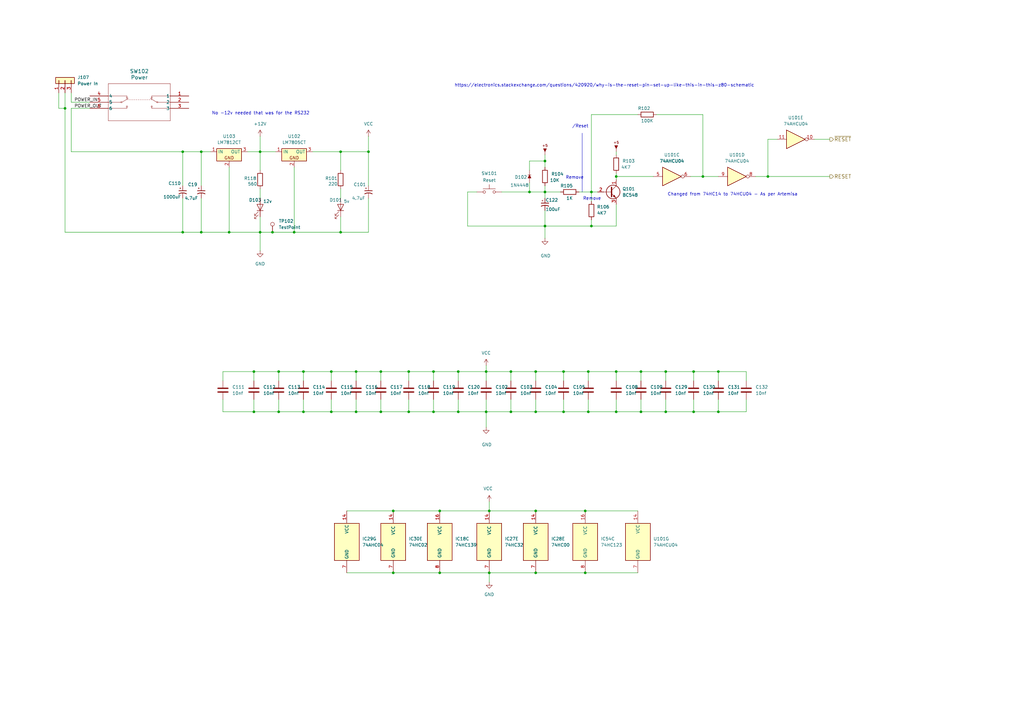
<source format=kicad_sch>
(kicad_sch (version 20250114) (generator "eeschema") (generator_version "9.0")
  (paper "A3")
  (title_block (title "Power and Reset") (date "2024-12-03") (rev "1"))
  (lib_symbols
    (symbol "74xx:74HC04"
      (property "Reference" "U" (at 0 1.27 0))
      (property "Value" "74HC04" (at 0 -1.27 0))
      (symbol "74HC04_1_0"
        (pin input line (at -7.62 0 0) (length 3.81) (name "~") (number "1"))
        (pin output inverted (at 7.62 0 180) (length 3.81) (name "~") (number "2"))
      )
      (symbol "74HC04_2_0"
        (pin input line (at -7.62 0 0) (length 3.81) (name "~") (number "3"))
        (pin output inverted (at 7.62 0 180) (length 3.81) (name "~") (number "4"))
      )
      (symbol "74HC04_3_0"
        (pin input line (at -7.62 0 0) (length 3.81) (name "~") (number "5"))
        (pin output inverted (at 7.62 0 180) (length 3.81) (name "~") (number "6"))
      )
      (symbol "74HC04_4_0"
        (pin input line (at -7.62 0 0) (length 3.81) (name "~") (number "9"))
        (pin output inverted (at 7.62 0 180) (length 3.81) (name "~") (number "8"))
      )
      (symbol "74HC04_5_0"
        (pin input line (at -7.62 0 0) (length 3.81) (name "~") (number "11"))
        (pin output inverted (at 7.62 0 180) (length 3.81) (name "~") (number "10"))
      )
      (symbol "74HC04_6_0"
        (pin input line (at -7.62 0 0) (length 3.81) (name "~") (number "13"))
        (pin output inverted (at 7.62 0 180) (length 3.81) (name "~") (number "12"))
      )
      (symbol "74HC04_7_0"
        (pin power_in line (at 0 12.7 270) (length 5.08) (name "VCC") (number "14"))
        (pin power_in line (at 0 -12.7 90) (length 5.08) (name "GND") (number "7"))
      )
    )
    (symbol "74xx:74LS00" (pin_names (offset 1.016))
      (property "Reference" "U" (at 0 1.27 0))
      (property "Value" "74LS00" (at 0 -1.27 0))
      (symbol "74LS00_1_1"
        (pin input line (at -7.62 2.54 0) (length 3.81) (name "~") (number "1"))
        (pin input line (at -7.62 -2.54 0) (length 3.81) (name "~") (number "2"))
        (pin output inverted (at 7.62 0 180) (length 3.81) (name "~") (number "3"))
      )
      (symbol "74LS00_1_2"
        (pin input inverted (at -7.62 2.54 0) (length 4.318) (name "~") (number "1"))
        (pin input inverted (at -7.62 -2.54 0) (length 4.318) (name "~") (number "2"))
        (pin output line (at 7.62 0 180) (length 3.81) (name "~") (number "3"))
      )
      (symbol "74LS00_2_1"
        (pin input line (at -7.62 2.54 0) (length 3.81) (name "~") (number "4"))
        (pin input line (at -7.62 -2.54 0) (length 3.81) (name "~") (number "5"))
        (pin output inverted (at 7.62 0 180) (length 3.81) (name "~") (number "6"))
      )
      (symbol "74LS00_2_2"
        (pin input inverted (at -7.62 2.54 0) (length 4.318) (name "~") (number "4"))
        (pin input inverted (at -7.62 -2.54 0) (length 4.318) (name "~") (number "5"))
        (pin output line (at 7.62 0 180) (length 3.81) (name "~") (number "6"))
      )
      (symbol "74LS00_3_1"
        (pin input line (at -7.62 2.54 0) (length 3.81) (name "~") (number "9"))
        (pin input line (at -7.62 -2.54 0) (length 3.81) (name "~") (number "10"))
        (pin output inverted (at 7.62 0 180) (length 3.81) (name "~") (number "8"))
      )
      (symbol "74LS00_3_2"
        (pin input inverted (at -7.62 2.54 0) (length 4.318) (name "~") (number "9"))
        (pin input inverted (at -7.62 -2.54 0) (length 4.318) (name "~") (number "10"))
        (pin output line (at 7.62 0 180) (length 3.81) (name "~") (number "8"))
      )
      (symbol "74LS00_4_1"
        (pin input line (at -7.62 2.54 0) (length 3.81) (name "~") (number "12"))
        (pin input line (at -7.62 -2.54 0) (length 3.81) (name "~") (number "13"))
        (pin output inverted (at 7.62 0 180) (length 3.81) (name "~") (number "11"))
      )
      (symbol "74LS00_4_2"
        (pin input inverted (at -7.62 2.54 0) (length 4.318) (name "~") (number "12"))
        (pin input inverted (at -7.62 -2.54 0) (length 4.318) (name "~") (number "13"))
        (pin output line (at 7.62 0 180) (length 3.81) (name "~") (number "11"))
      )
      (symbol "74LS00_5_0"
        (pin power_in line (at 0 12.7 270) (length 5.08) (name "VCC") (number "14"))
        (pin power_in line (at 0 -12.7 90) (length 5.08) (name "GND") (number "7"))
      )
    )
    (symbol "74xx:74LS02" (pin_names (offset 1.016))
      (property "Reference" "U" (at 0 1.27 0))
      (property "Value" "74LS02" (at 0 -1.27 0))
      (symbol "74LS02_1_1"
        (pin input line (at -7.62 2.54 0) (length 4.318) (name "~") (number "2"))
        (pin input line (at -7.62 -2.54 0) (length 4.318) (name "~") (number "3"))
        (pin output inverted (at 7.62 0 180) (length 3.81) (name "~") (number "1"))
      )
      (symbol "74LS02_1_2"
        (pin input inverted (at -7.62 2.54 0) (length 3.81) (name "~") (number "2"))
        (pin input inverted (at -7.62 -2.54 0) (length 3.81) (name "~") (number "3"))
        (pin output line (at 7.62 0 180) (length 3.81) (name "~") (number "1"))
      )
      (symbol "74LS02_2_1"
        (pin input line (at -7.62 2.54 0) (length 4.318) (name "~") (number "5"))
        (pin input line (at -7.62 -2.54 0) (length 4.318) (name "~") (number "6"))
        (pin output inverted (at 7.62 0 180) (length 3.81) (name "~") (number "4"))
      )
      (symbol "74LS02_2_2"
        (pin input inverted (at -7.62 2.54 0) (length 3.81) (name "~") (number "5"))
        (pin input inverted (at -7.62 -2.54 0) (length 3.81) (name "~") (number "6"))
        (pin output line (at 7.62 0 180) (length 3.81) (name "~") (number "4"))
      )
      (symbol "74LS02_3_1"
        (pin input line (at -7.62 2.54 0) (length 4.318) (name "~") (number "8"))
        (pin input line (at -7.62 -2.54 0) (length 4.318) (name "~") (number "9"))
        (pin output inverted (at 7.62 0 180) (length 3.81) (name "~") (number "10"))
      )
      (symbol "74LS02_3_2"
        (pin input inverted (at -7.62 2.54 0) (length 3.81) (name "~") (number "8"))
        (pin input inverted (at -7.62 -2.54 0) (length 3.81) (name "~") (number "9"))
        (pin output line (at 7.62 0 180) (length 3.81) (name "~") (number "10"))
      )
      (symbol "74LS02_4_1"
        (pin input line (at -7.62 2.54 0) (length 4.318) (name "~") (number "11"))
        (pin input line (at -7.62 -2.54 0) (length 4.318) (name "~") (number "12"))
        (pin output inverted (at 7.62 0 180) (length 3.81) (name "~") (number "13"))
      )
      (symbol "74LS02_4_2"
        (pin input inverted (at -7.62 2.54 0) (length 3.81) (name "~") (number "11"))
        (pin input inverted (at -7.62 -2.54 0) (length 3.81) (name "~") (number "12"))
        (pin output line (at 7.62 0 180) (length 3.81) (name "~") (number "13"))
      )
      (symbol "74LS02_5_0"
        (pin power_in line (at 0 12.7 270) (length 5.08) (name "VCC") (number "14"))
        (pin power_in line (at 0 -12.7 90) (length 5.08) (name "GND") (number "7"))
      )
    )
    (symbol "74xx:74LS04"
      (property "Reference" "U" (at 0 1.27 0))
      (property "Value" "74LS04" (at 0 -1.27 0))
      (symbol "74LS04_1_0"
        (pin input line (at -7.62 0 0) (length 3.81) (name "~") (number "1"))
        (pin output inverted (at 7.62 0 180) (length 3.81) (name "~") (number "2"))
      )
      (symbol "74LS04_2_0"
        (pin input line (at -7.62 0 0) (length 3.81) (name "~") (number "3"))
        (pin output inverted (at 7.62 0 180) (length 3.81) (name "~") (number "4"))
      )
      (symbol "74LS04_3_0"
        (pin input line (at -7.62 0 0) (length 3.81) (name "~") (number "5"))
        (pin output inverted (at 7.62 0 180) (length 3.81) (name "~") (number "6"))
      )
      (symbol "74LS04_4_0"
        (pin input line (at -7.62 0 0) (length 3.81) (name "~") (number "9"))
        (pin output inverted (at 7.62 0 180) (length 3.81) (name "~") (number "8"))
      )
      (symbol "74LS04_5_0"
        (pin input line (at -7.62 0 0) (length 3.81) (name "~") (number "11"))
        (pin output inverted (at 7.62 0 180) (length 3.81) (name "~") (number "10"))
      )
      (symbol "74LS04_6_0"
        (pin input line (at -7.62 0 0) (length 3.81) (name "~") (number "13"))
        (pin output inverted (at 7.62 0 180) (length 3.81) (name "~") (number "12"))
      )
      (symbol "74LS04_7_0"
        (pin power_in line (at 0 12.7 270) (length 5.08) (name "VCC") (number "14"))
        (pin power_in line (at 0 -12.7 90) (length 5.08) (name "GND") (number "7"))
      )
    )
    (symbol "74xx:74LS123" (pin_names (offset 1.016))
      (property "Reference" "U" (at -7.62 8.89 0))
      (property "Value" "74LS123" (at -7.62 -8.89 0))
      (symbol "74LS123_1_0"
        (pin input line (at -12.7 5.08 0) (length 5.08) (name "RCext") (number "15"))
        (pin input line (at -12.7 2.54 0) (length 5.08) (name "Cext") (number "14"))
        (pin input inverted (at -12.7 -2.54 0) (length 5.08) (name "A") (number "1"))
        (pin input line (at -12.7 -5.08 0) (length 5.08) (name "B") (number "2"))
        (pin input inverted (at 0 -12.7 90) (length 5.08) (name "Clr") (number "3"))
        (pin output line (at 12.7 5.08 180) (length 5.08) (name "Q") (number "13"))
        (pin output line (at 12.7 -5.08 180) (length 5.08) (name "~{Q}") (number "4"))
      )
      (symbol "74LS123_2_0"
        (pin input line (at -12.7 5.08 0) (length 5.08) (name "RCext") (number "7"))
        (pin input line (at -12.7 2.54 0) (length 5.08) (name "Cext") (number "6"))
        (pin input inverted (at -12.7 -2.54 0) (length 5.08) (name "A") (number "9"))
        (pin input line (at -12.7 -5.08 0) (length 5.08) (name "B") (number "10"))
        (pin input inverted (at 0 -12.7 90) (length 5.08) (name "Clr") (number "11"))
        (pin output line (at 12.7 5.08 180) (length 5.08) (name "Q") (number "5"))
        (pin output line (at 12.7 -5.08 180) (length 5.08) (name "~{Q}") (number "12"))
      )
      (symbol "74LS123_3_0"
        (pin power_in line (at 0 12.7 270) (length 5.08) (name "VCC") (number "16"))
        (pin power_in line (at 0 -12.7 90) (length 5.08) (name "GND") (number "8"))
      )
    )
    (symbol "74xx:74LS139" (pin_names (offset 1.016))
      (property "Reference" "U" (at -7.62 8.89 0))
      (property "Value" "74LS139" (at -7.62 -8.89 0))
      (symbol "74LS139_1_0"
        (pin input line (at -12.7 2.54 0) (length 5.08) (name "A1") (number "3"))
        (pin input line (at -12.7 0 0) (length 5.08) (name "A0") (number "2"))
        (pin input inverted (at -12.7 -5.08 0) (length 5.08) (name "E") (number "1"))
        (pin output inverted (at 12.7 2.54 180) (length 5.08) (name "O0") (number "4"))
        (pin output inverted (at 12.7 0 180) (length 5.08) (name "O1") (number "5"))
        (pin output inverted (at 12.7 -2.54 180) (length 5.08) (name "O2") (number "6"))
        (pin output inverted (at 12.7 -5.08 180) (length 5.08) (name "O3") (number "7"))
      )
      (symbol "74LS139_2_0"
        (pin input line (at -12.7 2.54 0) (length 5.08) (name "A1") (number "13"))
        (pin input line (at -12.7 0 0) (length 5.08) (name "A0") (number "14"))
        (pin input inverted (at -12.7 -5.08 0) (length 5.08) (name "E") (number "15"))
        (pin output inverted (at 12.7 2.54 180) (length 5.08) (name "O0") (number "12"))
        (pin output inverted (at 12.7 0 180) (length 5.08) (name "O1") (number "11"))
        (pin output inverted (at 12.7 -2.54 180) (length 5.08) (name "O2") (number "10"))
        (pin output inverted (at 12.7 -5.08 180) (length 5.08) (name "O3") (number "9"))
      )
      (symbol "74LS139_3_0"
        (pin power_in line (at 0 12.7 270) (length 5.08) (name "VCC") (number "16"))
        (pin power_in line (at 0 -12.7 90) (length 5.08) (name "GND") (number "8"))
      )
    )
    (symbol "74xx:74LS32" (pin_names (offset 1.016))
      (property "Reference" "U" (at 0 1.27 0))
      (property "Value" "74LS32" (at 0 -1.27 0))
      (symbol "74LS32_1_1"
        (pin input line (at -7.62 2.54 0) (length 4.318) (name "~") (number "1"))
        (pin input line (at -7.62 -2.54 0) (length 4.318) (name "~") (number "2"))
        (pin output line (at 7.62 0 180) (length 3.81) (name "~") (number "3"))
      )
      (symbol "74LS32_1_2"
        (pin input inverted (at -7.62 2.54 0) (length 3.81) (name "~") (number "1"))
        (pin input inverted (at -7.62 -2.54 0) (length 3.81) (name "~") (number "2"))
        (pin output inverted (at 7.62 0 180) (length 3.81) (name "~") (number "3"))
      )
      (symbol "74LS32_2_1"
        (pin input line (at -7.62 2.54 0) (length 4.318) (name "~") (number "4"))
        (pin input line (at -7.62 -2.54 0) (length 4.318) (name "~") (number "5"))
        (pin output line (at 7.62 0 180) (length 3.81) (name "~") (number "6"))
      )
      (symbol "74LS32_2_2"
        (pin input inverted (at -7.62 2.54 0) (length 3.81) (name "~") (number "4"))
        (pin input inverted (at -7.62 -2.54 0) (length 3.81) (name "~") (number "5"))
        (pin output inverted (at 7.62 0 180) (length 3.81) (name "~") (number "6"))
      )
      (symbol "74LS32_3_1"
        (pin input line (at -7.62 2.54 0) (length 4.318) (name "~") (number "9"))
        (pin input line (at -7.62 -2.54 0) (length 4.318) (name "~") (number "10"))
        (pin output line (at 7.62 0 180) (length 3.81) (name "~") (number "8"))
      )
      (symbol "74LS32_3_2"
        (pin input inverted (at -7.62 2.54 0) (length 3.81) (name "~") (number "9"))
        (pin input inverted (at -7.62 -2.54 0) (length 3.81) (name "~") (number "10"))
        (pin output inverted (at 7.62 0 180) (length 3.81) (name "~") (number "8"))
      )
      (symbol "74LS32_4_1"
        (pin input line (at -7.62 2.54 0) (length 4.318) (name "~") (number "12"))
        (pin input line (at -7.62 -2.54 0) (length 4.318) (name "~") (number "13"))
        (pin output line (at 7.62 0 180) (length 3.81) (name "~") (number "11"))
      )
      (symbol "74LS32_4_2"
        (pin input inverted (at -7.62 2.54 0) (length 3.81) (name "~") (number "12"))
        (pin input inverted (at -7.62 -2.54 0) (length 3.81) (name "~") (number "13"))
        (pin output inverted (at 7.62 0 180) (length 3.81) (name "~") (number "11"))
      )
      (symbol "74LS32_5_0"
        (pin power_in line (at 0 12.7 270) (length 5.08) (name "VCC") (number "14"))
        (pin power_in line (at 0 -12.7 90) (length 5.08) (name "GND") (number "7"))
      )
    )
    (symbol "Connector:TestPoint" (pin_numbers (hide yes)) (pin_names (offset 0.762) (hide yes))
      (property "Reference" "TP" (at 0 6.858 0))
      (property "Value" "TestPoint" (at 0 5.08 0))
      (symbol "TestPoint_1_1"
        (pin passive line (at 0 0 90) (length 2.54) (name "1") (number "1"))
      )
    )
    (symbol "Connector_Generic:Conn_01x03" (pin_names (offset 1.016) (hide yes))
      (property "Reference" "J" (at 0 5.08 0))
      (property "Value" "Conn_01x03" (at 0 -5.08 0))
      (symbol "Conn_01x03_1_1"
        (pin passive line (at -5.08 2.54 0) (length 3.81) (name "Pin_1") (number "1"))
        (pin passive line (at -5.08 0 0) (length 3.81) (name "Pin_2") (number "2"))
        (pin passive line (at -5.08 -2.54 0) (length 3.81) (name "Pin_3") (number "3"))
      )
    )
    (symbol "DigKey:MFS201N-16-Z" (pin_names (offset 0.254))
      (property "Reference" "SW" (at 20.32 10.16 0))
      (property "Value" "MFS201N-16-Z" (at 20.32 7.62 0))
      (symbol "MFS201N-16-Z_0_1"
        (pin unspecified line (at 0 0 0) (length 7.62) (name "1") (number "1"))
        (pin unspecified line (at 0 -2.54 0) (length 7.62) (name "2") (number "2"))
        (pin unspecified line (at 0 -5.08 0) (length 7.62) (name "3") (number "3"))
        (pin unspecified line (at 40.64 0 180) (length 7.62) (name "4") (number "4"))
        (pin unspecified line (at 40.64 -2.54 180) (length 7.62) (name "5") (number "5"))
        (pin unspecified line (at 40.64 -5.08 180) (length 7.62) (name "6") (number "6"))
      )
    )
    (symbol "PCM_Capacitor_AKL:C_Generic" (pin_numbers (hide yes)) (pin_names (offset 0.254))
      (property "Reference" "C" (at 3.175 1.27 0))
      (property "Value" "C_Generic" (at 3.175 -1.27 0))
      (symbol "C_Generic_1_1"
        (pin passive line (at 0 3.81 270) (length 2.794) (name "~") (number "1"))
        (pin passive line (at 0 -3.81 90) (length 2.794) (name "~") (number "2"))
      )
      (symbol "C_Generic_1_2"
        (pin passive line (at -2.54 -2.54 90) (length 0) (name "~") (number "2"))
        (pin passive line (at 2.54 2.54 270) (length 0) (name "~") (number "1"))
      )
    )
    (symbol "PCM_Voltage_Regulator_AKL:LM7805CT"
      (property "Reference" "U" (at 0 6.35 0))
      (property "Value" "LM7805CT" (at 0 3.81 0))
      (symbol "LM7805CT_0_0"
        (text "GND" (at 0 -2.54 0) (effects (font (size 1.27 1.27))))
      )
      (symbol "LM7805CT_1_1"
        (pin power_in line (at -7.62 0 0) (length 2.54) (name "IN") (number "1"))
        (pin power_in line (at 0 -6.35 90) (length 2.54) (name "~") (number "2"))
        (pin power_out line (at 7.62 0 180) (length 2.54) (name "OUT") (number "3"))
      )
    )
    (symbol "PCM_Voltage_Regulator_AKL:LM7812CT"
      (property "Reference" "U" (at 0 6.35 0))
      (property "Value" "LM7812CT" (at 0 3.81 0))
      (symbol "LM7812CT_0_0"
        (text "GND" (at 0 -2.54 0) (effects (font (size 1.27 1.27))))
      )
      (symbol "LM7812CT_1_1"
        (pin power_in line (at -7.62 0 0) (length 2.54) (name "IN") (number "1"))
        (pin power_in line (at 0 -6.35 90) (length 2.54) (name "~") (number "2"))
        (pin power_out line (at 7.62 0 180) (length 2.54) (name "OUT") (number "3"))
      )
    )
    (symbol "Switch:SW_Omron_B3FS" (pin_numbers (hide yes)) (pin_names (offset 1.016) (hide yes))
      (property "Reference" "SW" (at 1.27 2.54 0))
      (property "Value" "SW_Omron_B3FS" (at 0 -1.524 0))
      (symbol "SW_Omron_B3FS_0_1"
        (pin passive line (at -5.08 0 0) (length 2.54) (name "1") (number "1"))
        (pin passive line (at 5.08 0 180) (length 2.54) (name "2") (number "2"))
      )
    )
    (symbol "Transistor_BJT:BC548" (pin_names (offset 0) (hide yes))
      (property "Reference" "Q" (at 5.08 1.905 0))
      (property "Value" "BC548" (at 5.08 0 0))
      (symbol "BC548_1_1"
        (pin input line (at -5.08 0 0) (length 2.54) (name "B") (number "2"))
        (pin passive line (at 2.54 5.08 270) (length 2.54) (name "C") (number "1"))
        (pin passive line (at 2.54 -5.08 90) (length 2.54) (name "E") (number "3"))
      )
    )
    (symbol "artemisa:1N4448" (pin_numbers (hide yes)) (pin_names (offset 1.016))
      (property "Reference" "D" (at 0 1.905 0))
      (property "Value" "1N4448" (at 0 -1.905 0))
      (symbol "1N4448_1_1"
        (pin passive line (at -2.54 0 0) (length 1.905) (name "~") (number "1"))
        (pin passive line (at 2.54 0 180) (length 1.905) (name "~") (number "2"))
      )
    )
    (symbol "artemisa:CP" (pin_numbers (hide yes)) (pin_names (offset 0.254) (hide yes))
      (property "Reference" "C" (at 0.254 1.778 0))
      (property "Value" "CP" (at 0.254 -2.032 0))
      (symbol "CP_1_1"
        (pin passive line (at 0 2.54 270) (length 2.032) (name "~") (number "1"))
        (pin passive line (at 0 -2.54 90) (length 2.032) (name "~") (number "2"))
      )
    )
    (symbol "artemisa:LED" (pin_numbers (hide yes)) (pin_names (offset 1.016) (hide yes))
      (property "Reference" "D" (at 0 2.54 0))
      (property "Value" "LED" (at 0 -2.54 0))
      (symbol "LED_1_1"
        (pin passive line (at -3.81 0 0) (length 2.54) (name "A") (number "1"))
        (pin passive line (at 3.81 0 180) (length 2.54) (name "K") (number "2"))
      )
    )
    (symbol "artemisa:R" (pin_numbers (hide yes)) (pin_names (offset 1.016))
      (property "Reference" "R" (at 0 -2.54 0))
      (property "Value" "R" (at 0 0 0))
      (symbol "R_1_1"
        (pin passive line (at -3.81 0 0) (length 1.27) (name "~") (number "1"))
        (pin passive line (at 3.81 0 180) (length 1.27) (name "~") (number "2"))
      )
    )
    (symbol "artemisa:VCC" (power) (pin_numbers (hide yes)) (pin_names (offset 0) (hide yes))
      (symbol "VCC_0_0"
        (text "+5" (at 0 3.81 0) (effects (font (size 1.016 1.016))))
      )
      (symbol "VCC_1_1"
        (pin power_in line (at 0 0 90) (length 1.27) (name "~") (number "~"))
      )
    )
    (symbol "power:+12V" (power) (pin_numbers (hide yes)) (pin_names (offset 0) (hide yes))
      (property "Value" "+12V" (at 0 3.556 0))
      (symbol "+12V_1_1"
        (pin power_in line (at 0 0 90) (length 0) (name "~") (number "1"))
      )
    )
    (symbol "power:GND" (power) (pin_numbers (hide yes)) (pin_names (offset 0) (hide yes))
      (property "Value" "GND" (at 0 -3.81 0))
      (symbol "GND_1_1"
        (pin power_in line (at 0 0 270) (length 0) (name "~") (number "1"))
      )
    )
    (symbol "power:VCC" (power) (pin_numbers (hide yes)) (pin_names (offset 0) (hide yes))
      (property "Value" "VCC" (at 0 3.556 0))
      (symbol "VCC_1_1"
        (pin power_in line (at 0 0 90) (length 0) (name "~") (number "1"))
      )
    )
  )
  (text "https://electronics.stackexchange.com/questions/420920/why-is-the-reset-pin-set-up-like-this-in-this-z80-schematic" (at 247.904 35.052 0) (effects (font (size 1.27 1.27))))
  (text "Changed from 74HC14 to 74HCU04 - As per Artemisa" (at 300.482 79.756 0) (effects (font (size 1.27 1.27))))
  (text "Remove" (at 235.712 72.898 0) (effects (font (size 1.27 1.27))))
  (text "Remove" (at 242.824 81.534 0) (effects (font (size 1.27 1.27))))
  (text "No -12v needed that was for the RS232" (at 106.934 46.482 0) (effects (font (size 1.27 1.27))))
  (text "/Reset" (at 237.998 51.816 0) (effects (font (size 1.27 1.27))))
  (junction (at 104.14 168.91))
  (junction (at 93.98 95.25))
  (junction (at 314.96 72.39))
  (junction (at 187.96 168.91))
  (junction (at 219.71 152.4))
  (junction (at 200.66 209.55))
  (junction (at 156.21 168.91))
  (junction (at 82.55 62.23))
  (junction (at 231.14 152.4))
  (junction (at 135.89 168.91))
  (junction (at 26.67 44.45))
  (junction (at 135.89 152.4))
  (junction (at 114.3 168.91))
  (junction (at 284.48 168.91))
  (junction (at 209.55 152.4))
  (junction (at 177.8 168.91))
  (junction (at 199.39 152.4))
  (junction (at 139.7 62.23))
  (junction (at 199.39 168.91))
  (junction (at 294.64 152.4))
  (junction (at 177.8 152.4))
  (junction (at 139.7 95.25))
  (junction (at 241.3 168.91))
  (junction (at 223.52 78.74))
  (junction (at 161.29 209.55))
  (junction (at 111.76 95.25))
  (junction (at 262.89 152.4))
  (junction (at 146.05 168.91))
  (junction (at 219.71 168.91))
  (junction (at 151.13 62.23))
  (junction (at 273.05 168.91))
  (junction (at 241.3 152.4))
  (junction (at 231.14 168.91))
  (junction (at 240.03 234.95))
  (junction (at 240.03 209.55))
  (junction (at 106.68 95.25))
  (junction (at 223.52 66.04))
  (junction (at 217.17 78.74))
  (junction (at 180.34 234.95))
  (junction (at 167.64 152.4))
  (junction (at 104.14 152.4))
  (junction (at 124.46 152.4))
  (junction (at 120.65 95.25))
  (junction (at 252.73 72.39))
  (junction (at 74.93 95.25))
  (junction (at 219.71 209.55))
  (junction (at 82.55 95.25))
  (junction (at 252.73 168.91))
  (junction (at 242.57 78.74))
  (junction (at 273.05 152.4))
  (junction (at 294.64 168.91))
  (junction (at 209.55 168.91))
  (junction (at 288.29 72.39))
  (junction (at 106.68 62.23))
  (junction (at 167.64 168.91))
  (junction (at 200.66 234.95))
  (junction (at 124.46 168.91))
  (junction (at 284.48 152.4))
  (junction (at 114.3 152.4))
  (junction (at 262.89 168.91))
  (junction (at 242.57 92.71))
  (junction (at 180.34 209.55))
  (junction (at 223.52 92.71))
  (junction (at 252.73 152.4))
  (junction (at 74.93 62.23))
  (junction (at 219.71 234.95))
  (junction (at 161.29 234.95))
  (junction (at 187.96 152.4))
  (junction (at 146.05 152.4))
  (junction (at 156.21 152.4))
  (wire (pts (xy 217.17 78.74) (xy 205.74 78.74)))
  (wire (pts (xy 306.07 152.4) (xy 294.64 152.4)))
  (wire (pts (xy 242.57 78.74) (xy 245.11 78.74)))
  (wire (pts (xy 284.48 156.21) (xy 284.48 152.4)))
  (wire (pts (xy 209.55 168.91) (xy 199.39 168.91)))
  (wire (pts (xy 219.71 163.83) (xy 219.71 168.91)))
  (wire (pts (xy 187.96 168.91) (xy 187.96 163.83)))
  (wire (pts (xy 200.66 234.95) (xy 200.66 238.76)))
  (wire (pts (xy 29.21 41.91) (xy 36.83 41.91)))
  (wire (pts (xy 294.64 163.83) (xy 294.64 168.91)))
  (wire (pts (xy 314.96 57.15) (xy 314.96 72.39)))
  (wire (pts (xy 151.13 95.25) (xy 139.7 95.25)))
  (wire (pts (xy 91.44 168.91) (xy 104.14 168.91)))
  (wire (pts (xy 104.14 152.4) (xy 114.3 152.4)))
  (wire (pts (xy 242.57 92.71) (xy 252.73 92.71)))
  (wire (pts (xy 187.96 152.4) (xy 187.96 156.21)))
  (wire (pts (xy 151.13 55.88) (xy 151.13 62.23)))
  (wire (pts (xy 74.93 81.28) (xy 74.93 95.25)))
  (wire (pts (xy 252.73 72.39) (xy 267.97 72.39)))
  (wire (pts (xy 29.21 44.45) (xy 29.21 62.23)))
  (wire (pts (xy 82.55 81.28) (xy 82.55 95.25)))
  (wire (pts (xy 101.6 62.23) (xy 106.68 62.23)))
  (wire (pts (xy 241.3 163.83) (xy 241.3 168.91)))
  (wire (pts (xy 120.65 68.58) (xy 120.65 95.25)))
  (wire (pts (xy 128.27 62.23) (xy 139.7 62.23)))
  (wire (pts (xy 240.03 234.95) (xy 261.62 234.95)))
  (wire (pts (xy 273.05 168.91) (xy 262.89 168.91)))
  (wire (pts (xy 199.39 168.91) (xy 199.39 175.26)))
  (wire (pts (xy 124.46 168.91) (xy 135.89 168.91)))
  (wire (pts (xy 124.46 163.83) (xy 124.46 168.91)))
  (wire (pts (xy 187.96 152.4) (xy 199.39 152.4)))
  (wire (pts (xy 219.71 156.21) (xy 219.71 152.4)))
  (wire (pts (xy 106.68 69.85) (xy 106.68 62.23)))
  (wire (pts (xy 252.73 168.91) (xy 262.89 168.91)))
  (wire (pts (xy 252.73 83.82) (xy 252.73 92.71)))
  (wire (pts (xy 124.46 152.4) (xy 124.46 156.21)))
  (wire (pts (xy 219.71 209.55) (xy 240.03 209.55)))
  (wire (pts (xy 114.3 152.4) (xy 114.3 156.21)))
  (wire (pts (xy 199.39 152.4) (xy 199.39 156.21)))
  (wire (pts (xy 93.98 95.25) (xy 106.68 95.25)))
  (wire (pts (xy 114.3 163.83) (xy 114.3 168.91)))
  (wire (pts (xy 82.55 95.25) (xy 93.98 95.25)))
  (wire (pts (xy 146.05 152.4) (xy 146.05 156.21)))
  (wire (pts (xy 231.14 152.4) (xy 241.3 152.4)))
  (wire (pts (xy 111.76 95.25) (xy 106.68 95.25)))
  (wire (pts (xy 252.73 72.39) (xy 252.73 73.66)))
  (wire (pts (xy 223.52 86.36) (xy 223.52 92.71)))
  (wire (pts (xy 114.3 152.4) (xy 124.46 152.4)))
  (wire (pts (xy 199.39 149.86) (xy 199.39 152.4)))
  (wire (pts (xy 106.68 55.88) (xy 106.68 62.23)))
  (wire (pts (xy 142.24 209.55) (xy 161.29 209.55)))
  (wire (pts (xy 209.55 152.4) (xy 199.39 152.4)))
  (wire (pts (xy 106.68 95.25) (xy 106.68 102.87)))
  (wire (pts (xy 135.89 168.91) (xy 146.05 168.91)))
  (wire (pts (xy 114.3 168.91) (xy 124.46 168.91)))
  (wire (pts (xy 74.93 62.23) (xy 82.55 62.23)))
  (wire (pts (xy 120.65 95.25) (xy 111.76 95.25)))
  (wire (pts (xy 29.21 62.23) (xy 74.93 62.23)))
  (wire (pts (xy 288.29 72.39) (xy 294.64 72.39)))
  (wire (pts (xy 26.67 38.1) (xy 26.67 44.45)))
  (wire (pts (xy 177.8 152.4) (xy 177.8 156.21)))
  (wire (pts (xy 241.3 152.4) (xy 252.73 152.4)))
  (wire (pts (xy 223.52 78.74) (xy 229.87 78.74)))
  (wire (pts (xy 151.13 62.23) (xy 151.13 76.2)))
  (wire (pts (xy 231.14 168.91) (xy 241.3 168.91)))
  (wire (pts (xy 284.48 168.91) (xy 273.05 168.91)))
  (wire (pts (xy 241.3 156.21) (xy 241.3 152.4)))
  (wire (pts (xy 104.14 168.91) (xy 114.3 168.91)))
  (wire (pts (xy 200.66 209.55) (xy 219.71 209.55)))
  (wire (pts (xy 223.52 92.71) (xy 242.57 92.71)))
  (wire (pts (xy 26.67 95.25) (xy 74.93 95.25)))
  (wire (pts (xy 231.14 163.83) (xy 231.14 168.91)))
  (wire (pts (xy 209.55 156.21) (xy 209.55 152.4)))
  (wire (pts (xy 219.71 234.95) (xy 240.03 234.95)))
  (wire (pts (xy 219.71 168.91) (xy 209.55 168.91)))
  (wire (pts (xy 156.21 152.4) (xy 167.64 152.4)))
  (wire (pts (xy 74.93 62.23) (xy 74.93 76.2)))
  (wire (pts (xy 223.52 78.74) (xy 217.17 78.74)))
  (wire (pts (xy 104.14 152.4) (xy 104.14 156.21)))
  (wire (pts (xy 135.89 163.83) (xy 135.89 168.91)))
  (wire (pts (xy 273.05 152.4) (xy 262.89 152.4)))
  (wire (pts (xy 284.48 152.4) (xy 273.05 152.4)))
  (wire (pts (xy 231.14 152.4) (xy 219.71 152.4)))
  (wire (pts (xy 26.67 44.45) (xy 26.67 95.25)))
  (wire (pts (xy 252.73 156.21) (xy 252.73 152.4)))
  (wire (pts (xy 167.64 168.91) (xy 177.8 168.91)))
  (wire (pts (xy 334.01 57.15) (xy 340.36 57.15)))
  (wire (pts (xy 223.52 76.2) (xy 223.52 78.74)))
  (wire (pts (xy 314.96 57.15) (xy 318.77 57.15)))
  (wire (pts (xy 29.21 44.45) (xy 36.83 44.45)))
  (wire (pts (xy 306.07 163.83) (xy 306.07 168.91)))
  (wire (pts (xy 273.05 156.21) (xy 273.05 152.4)))
  (wire (pts (xy 242.57 46.99) (xy 242.57 78.74)))
  (wire (pts (xy 242.57 78.74) (xy 242.57 82.55)))
  (wire (pts (xy 261.62 46.99) (xy 242.57 46.99)))
  (wire (pts (xy 262.89 163.83) (xy 262.89 168.91)))
  (wire (pts (xy 156.21 168.91) (xy 167.64 168.91)))
  (wire (pts (xy 139.7 77.47) (xy 139.7 81.28)))
  (wire (pts (xy 223.52 78.74) (xy 223.52 81.28)))
  (wire (pts (xy 139.7 62.23) (xy 151.13 62.23)))
  (wire (pts (xy 156.21 152.4) (xy 156.21 156.21)))
  (wire (pts (xy 180.34 209.55) (xy 200.66 209.55)))
  (wire (pts (xy 231.14 156.21) (xy 231.14 152.4)))
  (wire (pts (xy 167.64 163.83) (xy 167.64 168.91)))
  (wire (pts (xy 223.52 92.71) (xy 223.52 97.79)))
  (wire (pts (xy 252.73 152.4) (xy 262.89 152.4)))
  (wire (pts (xy 191.77 92.71) (xy 223.52 92.71)))
  (wire (pts (xy 177.8 152.4) (xy 187.96 152.4)))
  (wire (pts (xy 195.58 78.74) (xy 191.77 78.74)))
  (wire (pts (xy 93.98 68.58) (xy 93.98 95.25)))
  (wire (pts (xy 284.48 168.91) (xy 294.64 168.91)))
  (wire (pts (xy 306.07 156.21) (xy 306.07 152.4)))
  (wire (pts (xy 91.44 156.21) (xy 91.44 152.4)))
  (wire (pts (xy 199.39 168.91) (xy 187.96 168.91)))
  (wire (pts (xy 273.05 163.83) (xy 273.05 168.91)))
  (wire (pts (xy 306.07 168.91) (xy 294.64 168.91)))
  (wire (pts (xy 262.89 156.21) (xy 262.89 152.4)))
  (wire (pts (xy 146.05 168.91) (xy 156.21 168.91)))
  (wire (pts (xy 283.21 72.39) (xy 288.29 72.39)))
  (wire (pts (xy 241.3 168.91) (xy 252.73 168.91)))
  (wire (pts (xy 223.52 66.04) (xy 223.52 68.58)))
  (wire (pts (xy 91.44 163.83) (xy 91.44 168.91)))
  (wire (pts (xy 231.14 168.91) (xy 219.71 168.91)))
  (wire (pts (xy 180.34 234.95) (xy 200.66 234.95)))
  (wire (pts (xy 252.73 72.39) (xy 252.73 71.12)))
  (wire (pts (xy 135.89 152.4) (xy 146.05 152.4)))
  (wire (pts (xy 200.66 205.74) (xy 200.66 209.55)))
  (wire (pts (xy 219.71 152.4) (xy 209.55 152.4)))
  (wire (pts (xy 106.68 62.23) (xy 113.03 62.23)))
  (wire (pts (xy 24.13 44.45) (xy 24.13 38.1)))
  (wire (pts (xy 161.29 209.55) (xy 180.34 209.55)))
  (wire (pts (xy 82.55 62.23) (xy 82.55 76.2)))
  (wire (pts (xy 106.68 77.47) (xy 106.68 81.28)))
  (wire (pts (xy 177.8 168.91) (xy 187.96 168.91)))
  (wire (pts (xy 252.73 62.23) (xy 252.73 63.5)))
  (wire (pts (xy 167.64 152.4) (xy 167.64 156.21)))
  (wire (pts (xy 237.49 78.74) (xy 242.57 78.74)))
  (wire (pts (xy 294.64 156.21) (xy 294.64 152.4)))
  (wire (pts (xy 269.24 46.99) (xy 288.29 46.99)))
  (wire (pts (xy 309.88 72.39) (xy 314.96 72.39)))
  (wire (pts (xy 142.24 234.95) (xy 161.29 234.95)))
  (wire (pts (xy 177.8 163.83) (xy 177.8 168.91)))
  (wire (pts (xy 29.21 41.91) (xy 29.21 38.1)))
  (wire (pts (xy 74.93 95.25) (xy 82.55 95.25)))
  (wire (pts (xy 252.73 163.83) (xy 252.73 168.91)))
  (wire (pts (xy 217.17 78.74) (xy 217.17 74.93)))
  (polyline (pts (xy 238.76 54.61) (xy 238.76 78.74)))
  (wire (pts (xy 199.39 163.83) (xy 199.39 168.91)))
  (wire (pts (xy 314.96 72.39) (xy 340.36 72.39)))
  (wire (pts (xy 217.17 66.04) (xy 217.17 69.85)))
  (wire (pts (xy 191.77 78.74) (xy 191.77 92.71)))
  (wire (pts (xy 200.66 234.95) (xy 219.71 234.95)))
  (wire (pts (xy 288.29 72.39) (xy 288.29 46.99)))
  (wire (pts (xy 284.48 163.83) (xy 284.48 168.91)))
  (wire (pts (xy 167.64 152.4) (xy 177.8 152.4)))
  (wire (pts (xy 209.55 163.83) (xy 209.55 168.91)))
  (wire (pts (xy 124.46 152.4) (xy 135.89 152.4)))
  (wire (pts (xy 135.89 152.4) (xy 135.89 156.21)))
  (wire (pts (xy 24.13 44.45) (xy 26.67 44.45)))
  (wire (pts (xy 146.05 152.4) (xy 156.21 152.4)))
  (wire (pts (xy 156.21 163.83) (xy 156.21 168.91)))
  (wire (pts (xy 223.52 66.04) (xy 217.17 66.04)))
  (wire (pts (xy 104.14 163.83) (xy 104.14 168.91)))
  (wire (pts (xy 91.44 152.4) (xy 104.14 152.4)))
  (wire (pts (xy 139.7 88.9) (xy 139.7 95.25)))
  (wire (pts (xy 106.68 88.9) (xy 106.68 95.25)))
  (wire (pts (xy 146.05 163.83) (xy 146.05 168.91)))
  (wire (pts (xy 120.65 95.25) (xy 139.7 95.25)))
  (wire (pts (xy 82.55 62.23) (xy 86.36 62.23)))
  (wire (pts (xy 242.57 92.71) (xy 242.57 90.17)))
  (wire (pts (xy 223.52 63.5) (xy 223.52 66.04)))
  (wire (pts (xy 139.7 62.23) (xy 139.7 69.85)))
  (wire (pts (xy 294.64 152.4) (xy 284.48 152.4)))
  (wire (pts (xy 151.13 81.28) (xy 151.13 95.25)))
  (wire (pts (xy 161.29 234.95) (xy 180.34 234.95)))
  (wire (pts (xy 240.03 209.55) (xy 261.62 209.55)))
  (label "POWER_IN" (at 30.48 41.91 0))
  (label "POWER_OUT" (at 30.48 44.45 0))
  (hierarchical_label "RESET" (shape output) (at 340.36 72.39 0) (effects (font (size 1.524 1.524))))
  (hierarchical_label "~{RESET}" (shape output) (at 340.36 57.15 0) (effects (font (size 1.524 1.524))))
  (symbol (lib_id "74xx:74LS04") (at 261.62 222.25 0) (unit 7)
    (property "Reference" "U101" (at 267.97 220.9799 0) (effects (justify left)))
    (property "Value" "74AHCU04" (at 267.97 223.5199 0) (effects (justify left)))
    (property "Footprint" "Package_DIP:DIP-14_W7.62mm_Socket_LongPads" (effects (hide yes)))
    (property "Datasheet" "http://www.ti.com/lit/gpn/sn74LS04" (effects (hide yes)))
    (property "Description" "Hex Inverter" (effects (hide yes)))
  )
  (symbol (lib_id "PCM_Capacitor_AKL:C_Generic") (at 124.46 160.02 0) (unit 1)
    (property "Reference" "C114" (at 128.27 158.7499 0) (effects (justify left)))
    (property "Value" "10nf" (at 128.27 161.2899 0) (effects (justify left)))
    (property "Footprint" "Capacitor_THT:C_Disc_D3.4mm_W2.1mm_P2.50mm" (effects (hide yes)))
    (property "Description" "Unpolarized capacitor, Generic Symbol, Alternate KiCad Library" (effects (hide yes)))
  )
  (symbol (lib_id "power:VCC") (at 151.13 55.88 0) (unit 1)
    (property "Reference" "#PWR01" (effects (hide yes)))
    (property "Value" "VCC" (at 151.13 50.8 0))
    (property "Description" "Power symbol creates a global label with name \"VCC\"" (effects (hide yes)))
  )
  (symbol (lib_id "PCM_Capacitor_AKL:C_Generic") (at 273.05 160.02 0) (unit 1)
    (property "Reference" "C129" (at 276.86 158.7499 0) (effects (justify left)))
    (property "Value" "10nf" (at 276.86 161.2899 0) (effects (justify left)))
    (property "Footprint" "Capacitor_THT:C_Disc_D3.4mm_W2.1mm_P2.50mm" (effects (hide yes)))
    (property "Description" "Unpolarized capacitor, Generic Symbol, Alternate KiCad Library" (effects (hide yes)))
  )
  (symbol (lib_id "74xx:74LS02") (at 161.29 222.25 0) (unit 5)
    (property "Reference" "IC30" (at 167.64 220.9799 0) (effects (justify left)))
    (property "Value" "74HC02" (at 167.64 223.5199 0) (effects (justify left)))
    (property "Footprint" "Package_DIP:DIP-14_W7.62mm_LongPads" (effects (hide yes)))
    (property "Datasheet" "http://www.ti.com/lit/gpn/sn74ls02" (effects (hide yes)))
    (property "Description" "quad 2-input NOR gate" (effects (hide yes)))
  )
  (symbol (lib_id "74xx:74HC04") (at 275.59 72.39 0) (unit 3)
    (property "Reference" "U101" (at 275.59 63.5 0))
    (property "Value" "74AHCU04" (at 275.59 66.04 0) (effects (font (thickness 0.254) (bold yes))))
    (property "Footprint" "PCM_Package_DIP_AKL:DIP-14_W7.62mm_LongPads" (effects (hide yes)))
    (property "Datasheet" "https://assets.nexperia.com/documents/data-sheet/74HC_HCT04.pdf" (effects (hide yes)))
    (property "Description" "Hex Inverter" (effects (hide yes)))
  )
  (symbol (lib_id "74xx:74HC04") (at 326.39 57.15 0) (unit 5)
    (property "Reference" "U101" (at 326.39 48.26 0))
    (property "Value" "74AHCU04" (at 326.39 50.8 0))
    (property "Footprint" "PCM_Package_DIP_AKL:DIP-14_W7.62mm_LongPads" (effects (hide yes)))
    (property "Datasheet" "https://assets.nexperia.com/documents/data-sheet/74HC_HCT04.pdf" (effects (hide yes)))
    (property "Description" "Hex Inverter" (effects (hide yes)))
  )
  (symbol (lib_id "artemisa:VCC") (at 252.73 62.23 0) (unit 1)
    (property "Reference" "#PWR0113" (effects (hide yes)))
    (property "Value" "VCC" (effects (hide yes)))
  )
  (symbol (lib_id "artemisa:R") (at 223.52 72.39 270) (unit 1)
    (property "Reference" "R104" (at 226.06 71.374 90) (effects (justify left)))
    (property "Value" "10K" (at 225.552 73.914 90) (effects (justify left)))
    (property "Footprint" "Resistor_THT:R_Axial_DIN0207_L6.3mm_D2.5mm_P10.16mm_Horizontal" (effects (hide yes)))
  )
  (symbol (lib_id "artemisa:R") (at 252.73 67.31 270) (unit 1)
    (property "Reference" "R103" (at 255.27 66.04 90) (effects (justify left)))
    (property "Value" "4K7" (at 254.762 68.58 90) (effects (justify left)))
    (property "Footprint" "Resistor_THT:R_Axial_DIN0207_L6.3mm_D2.5mm_P10.16mm_Horizontal" (effects (hide yes)))
  )
  (symbol (lib_id "artemisa:R") (at 242.57 86.36 270) (unit 1)
    (property "Reference" "R106" (at 244.856 84.836 90) (effects (justify left)))
    (property "Value" "4K7" (at 244.856 87.376 90) (effects (justify left)))
    (property "Footprint" "Resistor_THT:R_Axial_DIN0207_L6.3mm_D2.5mm_P10.16mm_Horizontal" (effects (hide yes)))
  )
  (symbol (lib_id "74xx:74HC04") (at 302.26 72.39 0) (unit 4)
    (property "Reference" "U101" (at 302.26 63.5 0))
    (property "Value" "74AHCU04" (at 302.26 66.04 0))
    (property "Footprint" "PCM_Package_DIP_AKL:DIP-14_W7.62mm_LongPads" (effects (hide yes)))
    (property "Datasheet" "https://assets.nexperia.com/documents/data-sheet/74HC_HCT04.pdf" (effects (hide yes)))
    (property "Description" "Hex Inverter" (effects (hide yes)))
  )
  (symbol (lib_id "PCM_Capacitor_AKL:C_Generic") (at 284.48 160.02 0) (unit 1)
    (property "Reference" "C130" (at 288.29 158.7499 0) (effects (justify left)))
    (property "Value" "10nf" (at 288.29 161.2899 0) (effects (justify left)))
    (property "Footprint" "Capacitor_THT:C_Disc_D3.4mm_W2.1mm_P2.50mm" (effects (hide yes)))
    (property "Description" "Unpolarized capacitor, Generic Symbol, Alternate KiCad Library" (effects (hide yes)))
  )
  (symbol (lib_id "Connector_Generic:Conn_01x03") (at 26.67 33.02 90) (unit 1)
    (property "Reference" "J107" (at 31.75 31.7499 90) (effects (justify right)))
    (property "Value" "Power In" (at 31.75 34.2899 90) (effects (justify right)))
    (property "Footprint" "Connector_PinHeader_2.54mm:PinHeader_1x03_P2.54mm_Vertical" (effects (hide yes)))
    (property "Description" "Generic connector, single row, 01x03, script generated (kicad-library-utils/schlib/autogen/connector/)" (effects (hide yes)))
  )
  (symbol (lib_id "PCM_Capacitor_AKL:C_Generic") (at 262.89 160.02 0) (unit 1)
    (property "Reference" "C109" (at 266.7 158.7499 0) (effects (justify left)))
    (property "Value" "10nf" (at 266.7 161.2899 0) (effects (justify left)))
    (property "Footprint" "Capacitor_THT:C_Disc_D3.4mm_W2.1mm_P2.50mm" (effects (hide yes)))
    (property "Description" "Unpolarized capacitor, Generic Symbol, Alternate KiCad Library" (effects (hide yes)))
  )
  (symbol (lib_id "artemisa:LED") (at 106.68 85.09 270) (unit 1)
    (property "Reference" "D103" (at 102.108 82.042 90) (effects (justify left)))
    (property "Value" "12v" (at 107.95 82.55 90) (effects (justify left)))
    (property "Footprint" "LED_THT:LED_D5.0mm" (effects (hide yes)))
  )
  (symbol (lib_id "PCM_Voltage_Regulator_AKL:LM7812CT") (at 93.98 62.23 0) (unit 1)
    (property "Reference" "U103" (at 93.98 55.88 0))
    (property "Value" "LM7812CT" (at 93.98 58.42 0))
    (property "Footprint" "PCM_Package_TO_SOT_THT_AKL:TO-220-3_Vertical" (effects (hide yes)))
    (property "Datasheet" "https://datasheet.octopart.com/LM7805CT-Fairchild-datasheet-5337151.pdf" (effects (hide yes)))
    (property "Description" "TO-220 12V 1A 3-terminal voltage regulator, Alternate KiCad Library" (effects (hide yes)))
  )
  (symbol (lib_id "power:VCC") (at 200.66 205.74 0) (unit 1)
    (property "Reference" "#PWR0103" (effects (hide yes)))
    (property "Value" "VCC" (at 200.152 200.406 0))
    (property "Description" "Power symbol creates a global label with name \"VCC\"" (effects (hide yes)))
  )
  (symbol (lib_id "PCM_Capacitor_AKL:C_Generic") (at 114.3 160.02 0) (unit 1)
    (property "Reference" "C113" (at 118.11 158.7499 0) (effects (justify left)))
    (property "Value" "10nf" (at 118.11 161.2899 0) (effects (justify left)))
    (property "Footprint" "Capacitor_THT:C_Disc_D3.4mm_W2.1mm_P2.50mm" (effects (hide yes)))
    (property "Description" "Unpolarized capacitor, Generic Symbol, Alternate KiCad Library" (effects (hide yes)))
  )
  (symbol (lib_id "artemisa:R") (at 106.68 73.66 270) (unit 1)
    (property "Reference" "R118" (at 100.076 73.152 90) (effects (justify left)))
    (property "Value" "560" (at 101.6 75.438 90) (effects (justify left)))
    (property "Footprint" "Resistor_THT:R_Axial_DIN0207_L6.3mm_D2.5mm_P10.16mm_Horizontal" (effects (hide yes)))
  )
  (symbol (lib_id "power:VCC") (at 199.39 149.86 0) (unit 1)
    (property "Reference" "#PWR0102" (effects (hide yes)))
    (property "Value" "VCC" (at 199.39 144.78 0))
    (property "Description" "Power symbol creates a global label with name \"VCC\"" (effects (hide yes)))
  )
  (symbol (lib_id "PCM_Capacitor_AKL:C_Generic") (at 135.89 160.02 0) (unit 1)
    (property "Reference" "C115" (at 139.7 158.7499 0) (effects (justify left)))
    (property "Value" "10nf" (at 139.7 161.2899 0) (effects (justify left)))
    (property "Footprint" "Capacitor_THT:C_Disc_D3.4mm_W2.1mm_P2.50mm" (effects (hide yes)))
    (property "Description" "Unpolarized capacitor, Generic Symbol, Alternate KiCad Library" (effects (hide yes)))
  )
  (symbol (lib_id "artemisa:VCC") (at 223.52 63.5 0) (unit 1)
    (property "Reference" "#PWR0114" (effects (hide yes)))
    (property "Value" "VCC" (effects (hide yes)))
  )
  (symbol (lib_id "74xx:74LS139") (at 180.34 222.25 0) (unit 3)
    (property "Reference" "IC18" (at 186.69 220.9799 0) (effects (justify left)))
    (property "Value" "74HC139" (at 186.69 223.5199 0) (effects (justify left)))
    (property "Footprint" "Package_DIP:DIP-16_W7.62mm_Socket_LongPads" (effects (hide yes)))
    (property "Datasheet" "http://www.ti.com/lit/ds/symlink/sn74ls139a.pdf" (effects (hide yes)))
    (property "Description" "Dual Decoder 1 of 4, Active low outputs" (effects (hide yes)))
  )
  (symbol (lib_id "artemisa:CP") (at 151.13 78.74 0) (unit 1)
    (property "Reference" "C101" (at 147.574 75.692 0))
    (property "Value" "4.7uF" (at 147.066 81.28 0))
    (property "Footprint" "Capacitor_THT:CP_Radial_D6.3mm_P2.50mm" (effects (hide yes)))
  )
  (symbol (lib_id "artemisa:R") (at 265.43 46.99 180) (unit 1)
    (property "Reference" "R102" (at 266.7 44.45 0) (effects (justify left)))
    (property "Value" "100K" (at 265.43 49.53 0))
    (property "Footprint" "Resistor_THT:R_Axial_DIN0207_L6.3mm_D2.5mm_P10.16mm_Horizontal" (effects (hide yes)))
  )
  (symbol (lib_id "artemisa:CP") (at 82.55 78.74 0) (unit 1)
    (property "Reference" "C19" (at 78.994 75.692 0))
    (property "Value" "4.7uF" (at 78.486 81.28 0))
    (property "Footprint" "Capacitor_THT:CP_Radial_D6.3mm_P2.50mm" (effects (hide yes)))
  )
  (symbol (lib_id "Transistor_BJT:BC548") (at 250.19 78.74 0) (unit 1)
    (property "Reference" "Q101" (at 255.27 77.4699 0) (effects (justify left)))
    (property "Value" "BC548" (at 255.27 80.0099 0) (effects (justify left)))
    (property "Footprint" "Package_TO_SOT_THT:TO-92_Inline" (effects (hide yes)))
    (property "Datasheet" "https://www.onsemi.com/pub/Collateral/BC550-D.pdf" (effects (hide yes)))
    (property "Description" "0.1A Ic, 30V Vce, Small Signal NPN Transistor, TO-92" (effects (hide yes)))
  )
  (symbol (lib_id "power:GND") (at 223.52 97.79 0) (unit 1)
    (property "Reference" "#PWR0112" (effects (hide yes)))
    (property "Value" "GND" (at 223.774 104.902 0))
    (property "Description" "Power symbol creates a global label with name \"GND\" , ground" (effects (hide yes)))
  )
  (symbol (lib_id "PCM_Capacitor_AKL:C_Generic") (at 294.64 160.02 0) (unit 1)
    (property "Reference" "C131" (at 298.45 158.7499 0) (effects (justify left)))
    (property "Value" "10nf" (at 298.45 161.2899 0) (effects (justify left)))
    (property "Footprint" "Capacitor_THT:C_Disc_D3.4mm_W2.1mm_P2.50mm" (effects (hide yes)))
    (property "Description" "Unpolarized capacitor, Generic Symbol, Alternate KiCad Library" (effects (hide yes)))
  )
  (symbol (lib_id "power:GND") (at 200.66 238.76 0) (unit 1)
    (property "Reference" "#PWR0104" (effects (hide yes)))
    (property "Value" "GND" (at 200.66 243.84 0))
    (property "Description" "Power symbol creates a global label with name \"GND\" , ground" (effects (hide yes)))
  )
  (symbol (lib_id "PCM_Capacitor_AKL:C_Generic") (at 187.96 160.02 0) (unit 1)
    (property "Reference" "C120" (at 191.77 158.7499 0) (effects (justify left)))
    (property "Value" "10nf" (at 191.77 161.2899 0) (effects (justify left)))
    (property "Footprint" "Capacitor_THT:C_Disc_D3.4mm_W2.1mm_P2.50mm" (effects (hide yes)))
    (property "Description" "Unpolarized capacitor, Generic Symbol, Alternate KiCad Library" (effects (hide yes)))
  )
  (symbol (lib_id "PCM_Voltage_Regulator_AKL:LM7805CT") (at 120.65 62.23 0) (unit 1)
    (property "Reference" "U102" (at 120.65 55.88 0))
    (property "Value" "LM7805CT" (at 120.65 58.42 0))
    (property "Footprint" "PCM_Package_TO_SOT_THT_AKL:TO-220-3_Vertical" (effects (hide yes)))
    (property "Datasheet" "https://datasheet.octopart.com/LM7805CT-Fairchild-datasheet-5337151.pdf" (effects (hide yes)))
    (property "Description" "TO-220 5V 1A 3-terminal voltage regulator, Alternate KiCad Library" (effects (hide yes)))
  )
  (symbol (lib_id "PCM_Capacitor_AKL:C_Generic") (at 104.14 160.02 0) (unit 1)
    (property "Reference" "C112" (at 107.95 158.7499 0) (effects (justify left)))
    (property "Value" "10nf" (at 107.95 161.2899 0) (effects (justify left)))
    (property "Footprint" "Capacitor_THT:C_Disc_D3.4mm_W2.1mm_P2.50mm" (effects (hide yes)))
    (property "Description" "Unpolarized capacitor, Generic Symbol, Alternate KiCad Library" (effects (hide yes)))
  )
  (symbol (lib_id "artemisa:R") (at 139.7 73.66 270) (unit 1)
    (property "Reference" "R101" (at 133.35 73.152 90) (effects (justify left)))
    (property "Value" "220" (at 134.62 75.438 90) (effects (justify left)))
    (property "Footprint" "Resistor_THT:R_Axial_DIN0207_L6.3mm_D2.5mm_P10.16mm_Horizontal" (effects (hide yes)))
  )
  (symbol (lib_id "74xx:74LS04") (at 142.24 222.25 0) (unit 7)
    (property "Reference" "IC29" (at 148.59 220.9799 0) (effects (justify left)))
    (property "Value" "74AHC04" (at 148.59 223.5199 0) (effects (justify left)))
    (property "Footprint" "Package_DIP:DIP-14_W7.62mm_Socket_LongPads" (effects (hide yes)))
    (property "Datasheet" "http://www.ti.com/lit/gpn/sn74LS04" (effects (hide yes)))
    (property "Description" "Hex Inverter" (effects (hide yes)))
  )
  (symbol (lib_id "PCM_Capacitor_AKL:C_Generic") (at 241.3 160.02 0) (unit 1)
    (property "Reference" "C106" (effects (hide yes)))
    (property "Value" "10nf" (effects (hide yes)))
    (property "Footprint" "Capacitor_THT:C_Disc_D3.4mm_W2.1mm_P2.50mm" (effects (hide yes)))
    (property "Description" "Unpolarized capacitor, Generic Symbol, Alternate KiCad Library" (effects (hide yes)))
  )
  (symbol (lib_id "Connector:TestPoint") (at 111.76 95.25 0) (unit 1)
    (property "Reference" "TP102" (at 114.3 90.6779 0) (effects (justify left)))
    (property "Value" "TestPoint" (at 114.3 93.2179 0) (effects (justify left)))
    (property "Footprint" "TestPoint:TestPoint_Plated_Hole_D2.0mm" (effects (hide yes)))
    (property "Description" "test point" (effects (hide yes)))
  )
  (symbol (lib_id "PCM_Capacitor_AKL:C_Generic") (at 209.55 160.02 0) (unit 1)
    (property "Reference" "C103" (at 213.36 158.7499 0) (effects (justify left)))
    (property "Value" "10nf" (at 213.36 161.2899 0) (effects (justify left)))
    (property "Footprint" "Capacitor_THT:C_Disc_D3.4mm_W2.1mm_P2.50mm" (effects (hide yes)))
    (property "Description" "Unpolarized capacitor, Generic Symbol, Alternate KiCad Library" (effects (hide yes)))
  )
  (symbol (lib_id "artemisa:R") (at 233.68 78.74 180) (unit 1)
    (property "Reference" "R105" (at 234.95 76.2 0) (effects (justify left)))
    (property "Value" "1K" (at 234.95 81.28 0) (effects (justify left)))
    (property "Footprint" "Resistor_THT:R_Axial_DIN0207_L6.3mm_D2.5mm_P10.16mm_Horizontal" (effects (hide yes)))
  )
  (symbol (lib_id "PCM_Capacitor_AKL:C_Generic") (at 306.07 160.02 0) (unit 1)
    (property "Reference" "C132" (at 309.88 158.7499 0) (effects (justify left)))
    (property "Value" "10nf" (at 309.88 161.2899 0) (effects (justify left)))
    (property "Footprint" "Capacitor_THT:C_Disc_D3.4mm_W2.1mm_P2.50mm" (effects (hide yes)))
    (property "Description" "Unpolarized capacitor, Generic Symbol, Alternate KiCad Library" (effects (hide yes)))
  )
  (symbol (lib_id "PCM_Capacitor_AKL:C_Generic") (at 91.44 160.02 0) (unit 1)
    (property "Reference" "C111" (at 95.25 158.7499 0) (effects (justify left)))
    (property "Value" "10nf" (at 95.25 161.2899 0) (effects (justify left)))
    (property "Footprint" "Capacitor_THT:C_Disc_D3.4mm_W2.1mm_P2.50mm" (effects (hide yes)))
    (property "Description" "Unpolarized capacitor, Generic Symbol, Alternate KiCad Library" (effects (hide yes)))
  )
  (symbol (lib_id "artemisa:LED") (at 139.7 85.09 270) (unit 1)
    (property "Reference" "D101" (at 135.128 82.042 90) (effects (justify left)))
    (property "Value" "5v" (at 140.97 82.55 90) (effects (justify left)))
    (property "Footprint" "LED_THT:LED_D5.0mm" (effects (hide yes)))
  )
  (symbol (lib_id "PCM_Capacitor_AKL:C_Generic") (at 146.05 160.02 0) (unit 1)
    (property "Reference" "C116" (at 149.86 158.7499 0) (effects (justify left)))
    (property "Value" "10nf" (at 149.86 161.2899 0) (effects (justify left)))
    (property "Footprint" "Capacitor_THT:C_Disc_D3.4mm_W2.1mm_P2.50mm" (effects (hide yes)))
    (property "Description" "Unpolarized capacitor, Generic Symbol, Alternate KiCad Library" (effects (hide yes)))
  )
  (symbol (lib_id "PCM_Capacitor_AKL:C_Generic") (at 156.21 160.02 0) (unit 1)
    (property "Reference" "C117" (at 160.02 158.7499 0) (effects (justify left)))
    (property "Value" "10nf" (at 160.02 161.2899 0) (effects (justify left)))
    (property "Footprint" "Capacitor_THT:C_Disc_D3.4mm_W2.1mm_P2.50mm" (effects (hide yes)))
    (property "Description" "Unpolarized capacitor, Generic Symbol, Alternate KiCad Library" (effects (hide yes)))
  )
  (symbol (lib_id "PCM_Capacitor_AKL:C_Generic") (at 199.39 160.02 0) (unit 1)
    (property "Reference" "C102" (at 203.2 158.7499 0) (effects (justify left)))
    (property "Value" "10nf" (at 203.2 161.2899 0) (effects (justify left)))
    (property "Footprint" "Capacitor_THT:C_Disc_D3.4mm_W2.1mm_P2.50mm" (effects (hide yes)))
    (property "Description" "Unpolarized capacitor, Generic Symbol, Alternate KiCad Library" (effects (hide yes)))
  )
  (symbol (lib_id "PCM_Capacitor_AKL:C_Generic") (at 177.8 160.02 0) (unit 1)
    (property "Reference" "C119" (at 181.61 158.7499 0) (effects (justify left)))
    (property "Value" "10nf" (at 181.61 161.2899 0) (effects (justify left)))
    (property "Footprint" "Capacitor_THT:C_Disc_D3.4mm_W2.1mm_P2.50mm" (effects (hide yes)))
    (property "Description" "Unpolarized capacitor, Generic Symbol, Alternate KiCad Library" (effects (hide yes)))
  )
  (symbol (lib_id "DigKey:MFS201N-16-Z") (at 77.47 39.37 0) (mirror y) (unit 1)
    (property "Reference" "SW102" (at 57.15 29.21 0) (effects (font (size 1.524 1.524))))
    (property "Value" "Power" (at 57.15 31.75 0) (effects (font (size 1.524 1.524))))
    (property "Footprint" "MFS201N-16-Z_NDC" (effects (hide yes)))
    (property "Datasheet" "MFS201N-16-Z" (effects (hide yes)))
  )
  (symbol (lib_id "74xx:74LS00") (at 219.71 222.25 0) (unit 5)
    (property "Reference" "IC28" (at 226.06 220.9799 0) (effects (justify left)))
    (property "Value" "74HC00" (at 226.06 223.5199 0) (effects (justify left)))
    (property "Footprint" "Package_DIP:DIP-14_W7.62mm_LongPads" (effects (hide yes)))
    (property "Datasheet" "http://www.ti.com/lit/gpn/sn74ls00" (effects (hide yes)))
    (property "Description" "quad 2-input NAND gate" (effects (hide yes)))
  )
  (symbol (lib_id "Switch:SW_Omron_B3FS") (at 200.66 78.74 0) (unit 1)
    (property "Reference" "SW101" (at 200.66 71.12 0))
    (property "Value" "Reset" (at 200.66 73.914 0))
    (property "Footprint" "Button_Switch_SMD:SW_SPST_Omron_B3FS-100xP" (effects (hide yes)))
    (property "Datasheet" "https://omronfs.omron.com/en_US/ecb/products/pdf/en-b3fs.pdf" (effects (hide yes)))
    (property "Description" "Omron B3FS 6x6mm single pole normally-open tactile switch" (effects (hide yes)))
  )
  (symbol (lib_id "PCM_Capacitor_AKL:C_Generic") (at 219.71 160.02 0) (unit 1)
    (property "Reference" "C104" (at 223.52 158.7499 0) (effects (justify left)))
    (property "Value" "10nf" (at 223.52 161.2899 0) (effects (justify left)))
    (property "Footprint" "Capacitor_THT:C_Disc_D3.4mm_W2.1mm_P2.50mm" (effects (hide yes)))
    (property "Description" "Unpolarized capacitor, Generic Symbol, Alternate KiCad Library" (effects (hide yes)))
  )
  (symbol (lib_id "artemisa:CP") (at 223.52 83.82 0) (unit 1)
    (property "Reference" "C122" (at 223.774 82.042 0) (effects (justify left)))
    (property "Value" "100uF" (at 223.774 85.852 0) (effects (justify left)))
    (property "Footprint" "Capacitor_THT:CP_Radial_D6.3mm_P2.50mm" (effects (hide yes)))
  )
  (symbol (lib_id "74xx:74LS123") (at 240.03 222.25 0) (unit 3)
    (property "Reference" "IC54" (at 246.38 220.9799 0) (effects (justify left)))
    (property "Value" "74HC123" (at 246.38 223.5199 0) (effects (justify left)))
    (property "Footprint" "Package_DIP:DIP-16_W7.62mm_LongPads" (effects (hide yes)))
    (property "Datasheet" "http://www.ti.com/lit/gpn/sn74LS123" (effects (hide yes)))
    (property "Description" "Dual retriggerable Monostable" (effects (hide yes)))
  )
  (symbol (lib_id "PCM_Capacitor_AKL:C_Generic") (at 167.64 160.02 0) (unit 1)
    (property "Reference" "C118" (at 171.45 158.7499 0) (effects (justify left)))
    (property "Value" "10nf" (at 171.45 161.2899 0) (effects (justify left)))
    (property "Footprint" "Capacitor_THT:C_Disc_D3.4mm_W2.1mm_P2.50mm" (effects (hide yes)))
    (property "Description" "Unpolarized capacitor, Generic Symbol, Alternate KiCad Library" (effects (hide yes)))
  )
  (symbol (lib_id "PCM_Capacitor_AKL:C_Generic") (at 252.73 160.02 0) (unit 1)
    (property "Reference" "C108" (at 256.54 158.7499 0) (effects (justify left)))
    (property "Value" "10nf" (at 256.54 161.2899 0) (effects (justify left)))
    (property "Footprint" "Capacitor_THT:C_Disc_D3.4mm_W2.1mm_P2.50mm" (effects (hide yes)))
    (property "Description" "Unpolarized capacitor, Generic Symbol, Alternate KiCad Library" (effects (hide yes)))
  )
  (symbol (lib_id "PCM_Capacitor_AKL:C_Generic") (at 231.14 160.02 0) (unit 1)
    (property "Reference" "C105" (at 234.95 158.7499 0) (effects (justify left)))
    (property "Value" "10nf" (at 234.95 161.2899 0) (effects (justify left)))
    (property "Footprint" "Capacitor_THT:C_Disc_D3.4mm_W2.1mm_P2.50mm" (effects (hide yes)))
    (property "Description" "Unpolarized capacitor, Generic Symbol, Alternate KiCad Library" (effects (hide yes)))
  )
  (symbol (lib_id "power:GND") (at 199.39 175.26 0) (unit 1)
    (property "Reference" "#PWR0101" (effects (hide yes)))
    (property "Value" "GND" (at 199.644 182.372 0))
    (property "Description" "Power symbol creates a global label with name \"GND\" , ground" (effects (hide yes)))
  )
  (symbol (lib_id "power:GND") (at 106.68 102.87 0) (unit 1)
    (property "Reference" "#PWR0145" (effects (hide yes)))
    (property "Value" "GND" (at 106.68 108.204 0))
    (property "Description" "Power symbol creates a global label with name \"GND\" , ground" (effects (hide yes)))
  )
  (symbol (lib_id "artemisa:CP") (at 74.93 78.74 0) (unit 1)
    (property "Reference" "C110" (at 71.628 75.184 0))
    (property "Value" "1000uF" (at 70.612 80.772 0))
    (property "Footprint" "Capacitor_THT:CP_Radial_D14.0mm_P5.00mm" (effects (hide yes)))
  )
  (symbol (lib_id "power:+12V") (at 106.68 55.88 0) (unit 1)
    (property "Reference" "#PWR0144" (effects (hide yes)))
    (property "Value" "+12V" (at 106.68 50.8 0))
    (property "Description" "Power symbol creates a global label with name \"+12V\"" (effects (hide yes)))
  )
  (symbol (lib_id "artemisa:1N4448") (at 217.17 72.39 90) (unit 1)
    (property "Reference" "D102" (at 211.074 72.644 90) (effects (justify right)))
    (property "Value" "1N4448" (at 209.296 75.946 90) (effects (justify right)))
    (property "Footprint" "Diode_THT:D_A-405_P7.62mm_Horizontal" (effects (hide yes)))
  )
  (symbol (lib_id "74xx:74LS32") (at 200.66 222.25 0) (unit 5)
    (property "Reference" "IC27" (at 207.01 220.9799 0) (effects (justify left)))
    (property "Value" "74HC32" (at 207.01 223.5199 0) (effects (justify left)))
    (property "Footprint" "Package_DIP:DIP-14_W7.62mm_LongPads" (effects (hide yes)))
    (property "Datasheet" "http://www.ti.com/lit/gpn/sn74LS32" (effects (hide yes)))
    (property "Description" "Quad 2-input OR" (effects (hide yes)))
  )
)
</source>
